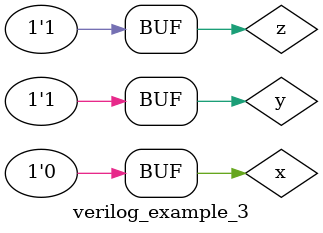
<source format=v>
module verilog_example_3();

	reg x = 1'b0;
	reg y = 1'b1;
	reg z;
	
	//A procedure example
	always @(z) begin
		$display("x=%b, y=%b, z=%b", x, y, z);
	end
	
	//another procedure 
	initial begin
		#2; //wait two time units 
		z = x^y; //bit-wise XOR bw x and y
		#10;
		y = 0;
		z = x | y; //bitwise or
		#10;
		z = ~z;
		#10;
	end
	
endmodule
</source>
